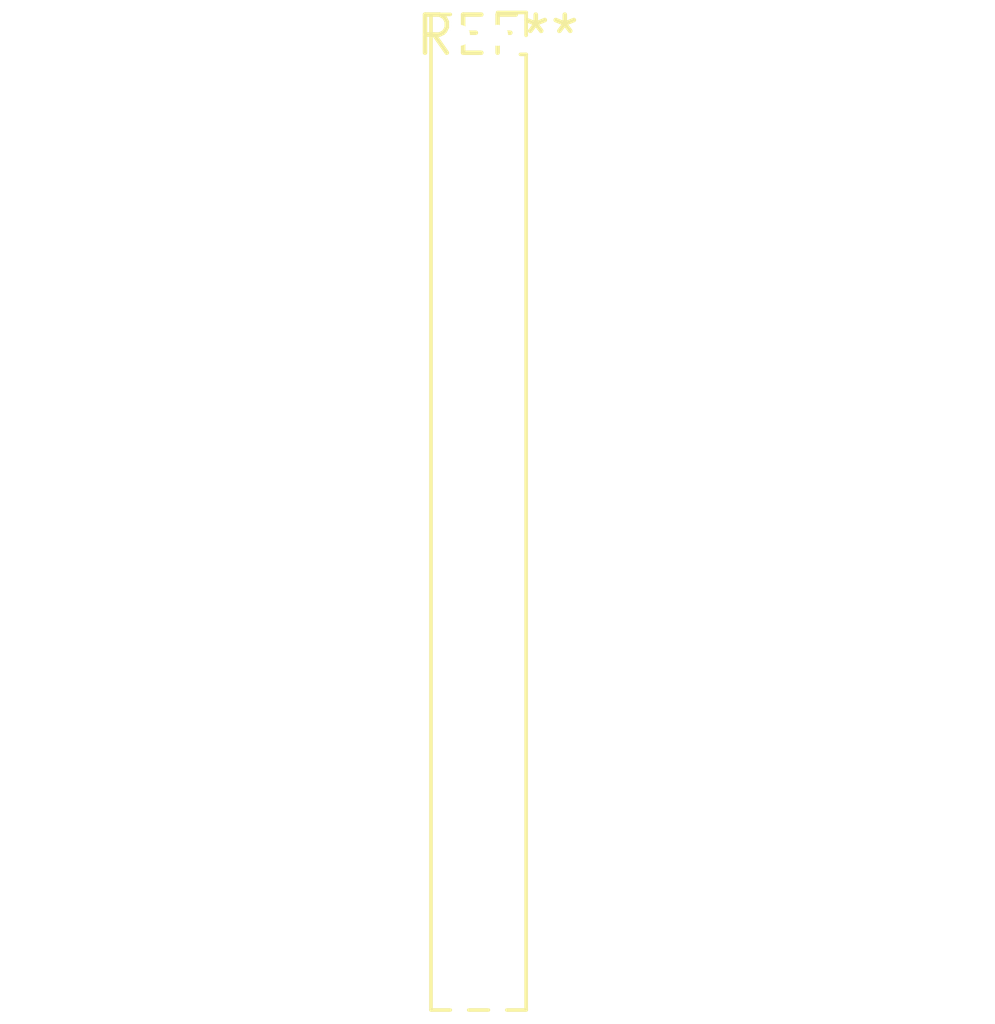
<source format=kicad_pcb>
(kicad_pcb (version 20240108) (generator pcbnew)
  (layers (0 "F.Cu" signal) (31 "B.Cu" signal) (34 "B.Paste" user) (35 "F.Paste" user) (36 "B.SilkS" user "B.Silkscreen") (37 "F.SilkS" user "F.Silkscreen") (38 "B.Mask" user) (39 "F.Mask" user) (44 "Edge.Cuts" user))
  (net 0 "")
  (footprint "PinSocket_2x26_P1.27mm_Vertical" (layer "F.Cu") (at 0 0)
    (property "Reference" "REF**")
    (property "Value" "PinSocket_2x26_P1.27mm_Vertical")
    (fp_line (start -2.22 -0.695) (end -2.22 32.445) (layer "F.SilkS") (stroke (width 0.12)))
    (fp_line (start -2.22 -0.695) (end -1.57753 -0.695) (layer "F.SilkS") (stroke (width 0.12)))
    (fp_line (start -2.22 32.445) (end -1.57753 32.445) (layer "F.SilkS") (stroke (width 0.12)))
    (fp_line (start -0.96247 -0.695) (end -0.76 -0.695) (layer "F.SilkS") (stroke (width 0.12)))
    (fp_line (start -0.96247 32.445) (end -0.30753 32.445) (layer "F.SilkS") (stroke (width 0.12)))
    (fp_line (start 0 -0.76) (end 0.95 -0.76) (layer "F.SilkS") (stroke (width 0.12)))
    (fp_line (start 0.30753 32.445) (end 0.95 32.445) (layer "F.SilkS") (stroke (width 0.12)))
    (fp_line (start 0.76 0.635) (end 0.95 0.635) (layer "F.SilkS") (stroke (width 0.12)))
    (fp_line (start 0.95 -0.76) (end 0.95 0) (layer "F.SilkS") (stroke (width 0.12)))
    (fp_line (start 0.95 0.635) (end 0.95 32.445) (layer "F.SilkS") (stroke (width 0.12)))
    (pad "1" thru_hole rect (at 0 0) (size 1 1) (drill 0.7) (layers *.Cu *.Mask) (remove_unused_layers))
    (pad "2" thru_hole oval (at -1.27 0) (size 1 1) (drill 0.7) (layers *.Cu *.Mask) (remove_unused_layers))
    (pad "3" thru_hole oval (at 0 1.27) (size 1 1) (drill 0.7) (layers *.Cu *.Mask) (remove_unused_layers))
    (pad "4" thru_hole oval (at -1.27 1.27) (size 1 1) (drill 0.7) (layers *.Cu *.Mask) (remove_unused_layers))
    (pad "5" thru_hole oval (at 0 2.54) (size 1 1) (drill 0.7) (layers *.Cu *.Mask) (remove_unused_layers))
    (pad "6" thru_hole oval (at -1.27 2.54) (size 1 1) (drill 0.7) (layers *.Cu *.Mask) (remove_unused_layers))
    (pad "7" thru_hole oval (at 0 3.81) (size 1 1) (drill 0.7) (layers *.Cu *.Mask) (remove_unused_layers))
    (pad "8" thru_hole oval (at -1.27 3.81) (size 1 1) (drill 0.7) (layers *.Cu *.Mask) (remove_unused_layers))
    (pad "9" thru_hole oval (at 0 5.08) (size 1 1) (drill 0.7) (layers *.Cu *.Mask) (remove_unused_layers))
    (pad "10" thru_hole oval (at -1.27 5.08) (size 1 1) (drill 0.7) (layers *.Cu *.Mask) (remove_unused_layers))
    (pad "11" thru_hole oval (at 0 6.35) (size 1 1) (drill 0.7) (layers *.Cu *.Mask) (remove_unused_layers))
    (pad "12" thru_hole oval (at -1.27 6.35) (size 1 1) (drill 0.7) (layers *.Cu *.Mask) (remove_unused_layers))
    (pad "13" thru_hole oval (at 0 7.62) (size 1 1) (drill 0.7) (layers *.Cu *.Mask) (remove_unused_layers))
    (pad "14" thru_hole oval (at -1.27 7.62) (size 1 1) (drill 0.7) (layers *.Cu *.Mask) (remove_unused_layers))
    (pad "15" thru_hole oval (at 0 8.89) (size 1 1) (drill 0.7) (layers *.Cu *.Mask) (remove_unused_layers))
    (pad "16" thru_hole oval (at -1.27 8.89) (size 1 1) (drill 0.7) (layers *.Cu *.Mask) (remove_unused_layers))
    (pad "17" thru_hole oval (at 0 10.16) (size 1 1) (drill 0.7) (layers *.Cu *.Mask) (remove_unused_layers))
    (pad "18" thru_hole oval (at -1.27 10.16) (size 1 1) (drill 0.7) (layers *.Cu *.Mask) (remove_unused_layers))
    (pad "19" thru_hole oval (at 0 11.43) (size 1 1) (drill 0.7) (layers *.Cu *.Mask) (remove_unused_layers))
    (pad "20" thru_hole oval (at -1.27 11.43) (size 1 1) (drill 0.7) (layers *.Cu *.Mask) (remove_unused_layers))
    (pad "21" thru_hole oval (at 0 12.7) (size 1 1) (drill 0.7) (layers *.Cu *.Mask) (remove_unused_layers))
    (pad "22" thru_hole oval (at -1.27 12.7) (size 1 1) (drill 0.7) (layers *.Cu *.Mask) (remove_unused_layers))
    (pad "23" thru_hole oval (at 0 13.97) (size 1 1) (drill 0.7) (layers *.Cu *.Mask) (remove_unused_layers))
    (pad "24" thru_hole oval (at -1.27 13.97) (size 1 1) (drill 0.7) (layers *.Cu *.Mask) (remove_unused_layers))
    (pad "25" thru_hole oval (at 0 15.24) (size 1 1) (drill 0.7) (layers *.Cu *.Mask) (remove_unused_layers))
    (pad "26" thru_hole oval (at -1.27 15.24) (size 1 1) (drill 0.7) (layers *.Cu *.Mask) (remove_unused_layers))
    (pad "27" thru_hole oval (at 0 16.51) (size 1 1) (drill 0.7) (layers *.Cu *.Mask) (remove_unused_layers))
    (pad "28" thru_hole oval (at -1.27 16.51) (size 1 1) (drill 0.7) (layers *.Cu *.Mask) (remove_unused_layers))
    (pad "29" thru_hole oval (at 0 17.78) (size 1 1) (drill 0.7) (layers *.Cu *.Mask) (remove_unused_layers))
    (pad "30" thru_hole oval (at -1.27 17.78) (size 1 1) (drill 0.7) (layers *.Cu *.Mask) (remove_unused_layers))
    (pad "31" thru_hole oval (at 0 19.05) (size 1 1) (drill 0.7) (layers *.Cu *.Mask) (remove_unused_layers))
    (pad "32" thru_hole oval (at -1.27 19.05) (size 1 1) (drill 0.7) (layers *.Cu *.Mask) (remove_unused_layers))
    (pad "33" thru_hole oval (at 0 20.32) (size 1 1) (drill 0.7) (layers *.Cu *.Mask) (remove_unused_layers))
    (pad "34" thru_hole oval (at -1.27 20.32) (size 1 1) (drill 0.7) (layers *.Cu *.Mask) (remove_unused_layers))
    (pad "35" thru_hole oval (at 0 21.59) (size 1 1) (drill 0.7) (layers *.Cu *.Mask) (remove_unused_layers))
    (pad "36" thru_hole oval (at -1.27 21.59) (size 1 1) (drill 0.7) (layers *.Cu *.Mask) (remove_unused_layers))
    (pad "37" thru_hole oval (at 0 22.86) (size 1 1) (drill 0.7) (layers *.Cu *.Mask) (remove_unused_layers))
    (pad "38" thru_hole oval (at -1.27 22.86) (size 1 1) (drill 0.7) (layers *.Cu *.Mask) (remove_unused_layers))
    (pad "39" thru_hole oval (at 0 24.13) (size 1 1) (drill 0.7) (layers *.Cu *.Mask) (remove_unused_layers))
    (pad "40" thru_hole oval (at -1.27 24.13) (size 1 1) (drill 0.7) (layers *.Cu *.Mask) (remove_unused_layers))
    (pad "41" thru_hole oval (at 0 25.4) (size 1 1) (drill 0.7) (layers *.Cu *.Mask) (remove_unused_layers))
    (pad "42" thru_hole oval (at -1.27 25.4) (size 1 1) (drill 0.7) (layers *.Cu *.Mask) (remove_unused_layers))
    (pad "43" thru_hole oval (at 0 26.67) (size 1 1) (drill 0.7) (layers *.Cu *.Mask) (remove_unused_layers))
    (pad "44" thru_hole oval (at -1.27 26.67) (size 1 1) (drill 0.7) (layers *.Cu *.Mask) (remove_unused_layers))
    (pad "45" thru_hole oval (at 0 27.94) (size 1 1) (drill 0.7) (layers *.Cu *.Mask) (remove_unused_layers))
    (pad "46" thru_hole oval (at -1.27 27.94) (size 1 1) (drill 0.7) (layers *.Cu *.Mask) (remove_unused_layers))
    (pad "47" thru_hole oval (at 0 29.21) (size 1 1) (drill 0.7) (layers *.Cu *.Mask) (remove_unused_layers))
    (pad "48" thru_hole oval (at -1.27 29.21) (size 1 1) (drill 0.7) (layers *.Cu *.Mask) (remove_unused_layers))
    (pad "49" thru_hole oval (at 0 30.48) (size 1 1) (drill 0.7) (layers *.Cu *.Mask) (remove_unused_layers))
    (pad "50" thru_hole oval (at -1.27 30.48) (size 1 1) (drill 0.7) (layers *.Cu *.Mask) (remove_unused_layers))
    (pad "51" thru_hole oval (at 0 31.75) (size 1 1) (drill 0.7) (layers *.Cu *.Mask) (remove_unused_layers))
    (pad "52" thru_hole oval (at -1.27 31.75) (size 1 1) (drill 0.7) (layers *.Cu *.Mask) (remove_unused_layers))
  )
)
</source>
